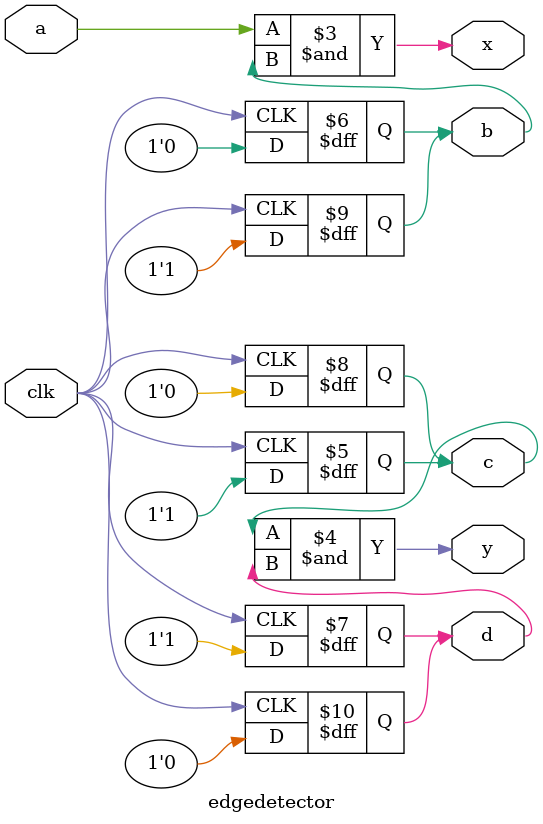
<source format=v>

module edgedetector(a, b, c, d, x, y, clk);
input a,clk;
output c,b,d,x, y;
reg b,c,d;

always @(posedge clk) begin
    b <= 1; //detecting posedge
d<=0;
c<=0;
end

always @(negedge clk) begin
    d <= 1;
b<=0;  //detecting negedge
c=1;
end

assign x = a & b;
assign y = c&d;

endmodule







</source>
